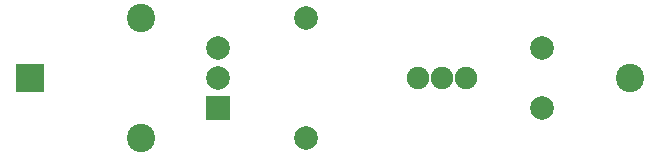
<source format=gbr>
G04 #@! TF.FileFunction,Soldermask,Bot*
%FSLAX46Y46*%
G04 Gerber Fmt 4.6, Leading zero omitted, Abs format (unit mm)*
G04 Created by KiCad (PCBNEW 4.0.1-stable) date 2017/10/27 20:21:07*
%MOMM*%
G01*
G04 APERTURE LIST*
%ADD10C,0.100000*%
%ADD11R,2.400000X2.400000*%
%ADD12C,2.400000*%
%ADD13C,2.000000*%
%ADD14C,1.900000*%
%ADD15R,2.000000X2.000000*%
G04 APERTURE END LIST*
D10*
D11*
X141600000Y-116000000D03*
D12*
X192400000Y-116000000D03*
D13*
X185000000Y-113460000D03*
X185000000Y-118540000D03*
D12*
X151000000Y-121080000D03*
X151000000Y-110920000D03*
D13*
X165000000Y-110920000D03*
X165000000Y-121080000D03*
D14*
X174500000Y-116000000D03*
X176500000Y-116000000D03*
X178500000Y-116000000D03*
D15*
X157500000Y-118540000D03*
D13*
X157500000Y-116000000D03*
X157500000Y-113460000D03*
M02*

</source>
